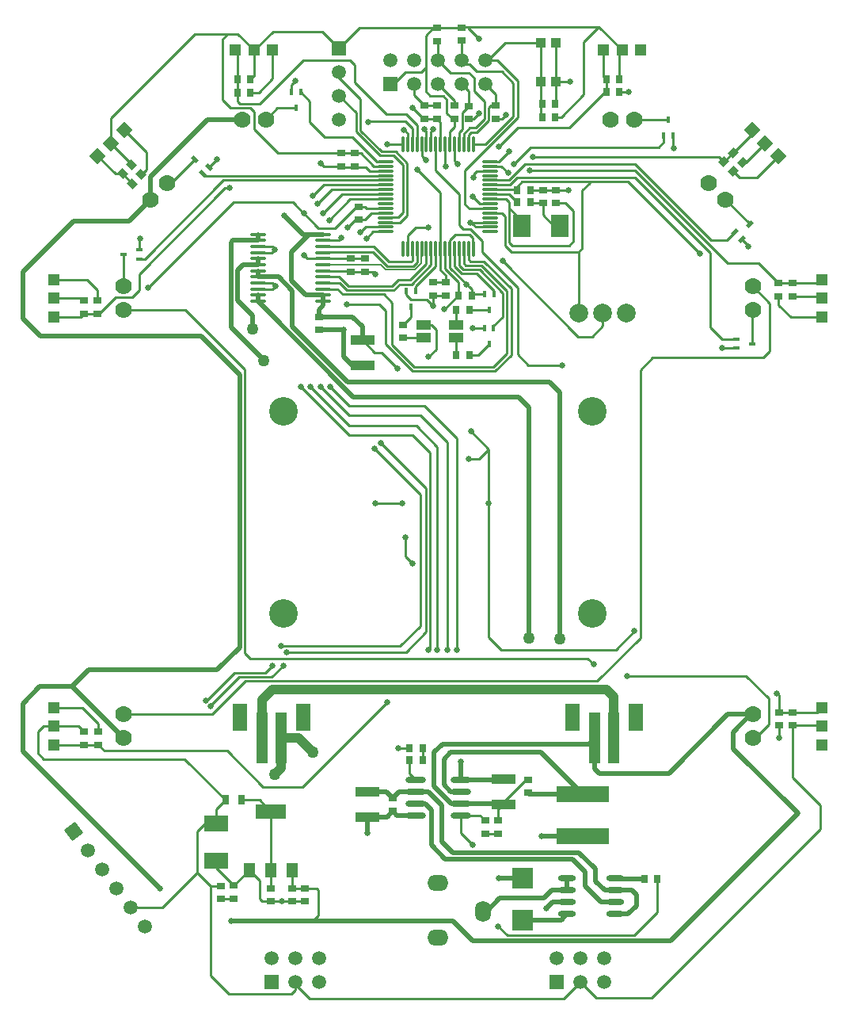
<source format=gtl>
%FSLAX25Y25*%
%MOIN*%
G70*
G01*
G75*
G04 Layer_Physical_Order=1*
G04 Layer_Color=3951847*
%ADD10R,0.10236X0.04331*%
%ADD11R,0.06299X0.11811*%
%ADD12R,0.04921X0.21654*%
%ADD13R,0.07480X0.09449*%
%ADD14R,0.03543X0.03150*%
%ADD15O,0.06693X0.01378*%
%ADD16R,0.03150X0.03543*%
G04:AMPARAMS|DCode=17|XSize=35.43mil|YSize=31.5mil|CornerRadius=0mil|HoleSize=0mil|Usage=FLASHONLY|Rotation=315.000|XOffset=0mil|YOffset=0mil|HoleType=Round|Shape=Rectangle|*
%AMROTATEDRECTD17*
4,1,4,-0.02366,0.00139,-0.00139,0.02366,0.02366,-0.00139,0.00139,-0.02366,-0.02366,0.00139,0.0*
%
%ADD17ROTATEDRECTD17*%

G04:AMPARAMS|DCode=18|XSize=35.43mil|YSize=31.5mil|CornerRadius=0mil|HoleSize=0mil|Usage=FLASHONLY|Rotation=225.000|XOffset=0mil|YOffset=0mil|HoleType=Round|Shape=Rectangle|*
%AMROTATEDRECTD18*
4,1,4,0.00139,0.02366,0.02366,0.00139,-0.00139,-0.02366,-0.02366,-0.00139,0.00139,0.02366,0.0*
%
%ADD18ROTATEDRECTD18*%

%ADD19R,0.09055X0.09055*%
%ADD20R,0.22441X0.06693*%
%ADD21O,0.06890X0.01181*%
%ADD22O,0.01181X0.06890*%
%ADD23R,0.03937X0.03937*%
%ADD24R,0.03150X0.01575*%
%ADD25R,0.01575X0.03150*%
G04:AMPARAMS|DCode=26|XSize=15.75mil|YSize=31.5mil|CornerRadius=0mil|HoleSize=0mil|Usage=FLASHONLY|Rotation=225.000|XOffset=0mil|YOffset=0mil|HoleType=Round|Shape=Rectangle|*
%AMROTATEDRECTD26*
4,1,4,-0.00557,0.01670,0.01670,-0.00557,0.00557,-0.01670,-0.01670,0.00557,-0.00557,0.01670,0.0*
%
%ADD26ROTATEDRECTD26*%

G04:AMPARAMS|DCode=27|XSize=15.75mil|YSize=31.5mil|CornerRadius=0mil|HoleSize=0mil|Usage=FLASHONLY|Rotation=135.000|XOffset=0mil|YOffset=0mil|HoleType=Round|Shape=Rectangle|*
%AMROTATEDRECTD27*
4,1,4,0.01670,0.00557,-0.00557,-0.01670,-0.01670,-0.00557,0.00557,0.01670,0.01670,0.00557,0.0*
%
%ADD27ROTATEDRECTD27*%

%ADD28R,0.09843X0.06693*%
%ADD29R,0.02756X0.03937*%
%ADD30R,0.05118X0.06299*%
%ADD31R,0.12992X0.06299*%
%ADD32R,0.05906X0.03937*%
%ADD33O,0.08661X0.02362*%
%ADD34O,0.07480X0.02362*%
%ADD35C,0.02000*%
%ADD36C,0.01000*%
%ADD37C,0.04000*%
%ADD38C,0.00700*%
%ADD39C,0.07874*%
%ADD40C,0.07000*%
%ADD41P,0.06960X4X180.0*%
%ADD42P,0.08352X4X352.0*%
%ADD43C,0.05906*%
%ADD44R,0.05906X0.05906*%
%ADD45R,0.05906X0.05906*%
%ADD46R,0.04921X0.04921*%
%ADD47R,0.04921X0.04921*%
%ADD48P,0.06960X4X270.0*%
%ADD49O,0.08858X0.06693*%
%ADD50O,0.06693X0.08858*%
%ADD51C,0.12000*%
%ADD52C,0.02500*%
%ADD53C,0.05000*%
D10*
X-31890Y72244D02*
D03*
Y61614D02*
D03*
X27559Y-122835D02*
D03*
Y-112205D02*
D03*
X-29724Y-117618D02*
D03*
Y-128248D02*
D03*
D11*
X56614Y-86142D02*
D03*
X83386D02*
D03*
X-56614D02*
D03*
X-83386D02*
D03*
D12*
X66063Y-95000D02*
D03*
X73937D02*
D03*
X-66063D02*
D03*
X-73937D02*
D03*
D13*
X35138Y120374D02*
D03*
X51280D02*
D03*
D14*
X-30905Y101083D02*
D03*
Y106595D02*
D03*
X-36811Y101083D02*
D03*
Y106595D02*
D03*
X-50197Y76575D02*
D03*
Y82086D02*
D03*
X19882Y-135236D02*
D03*
Y-129724D02*
D03*
X-85925Y-157087D02*
D03*
Y-162599D02*
D03*
X-149213Y88878D02*
D03*
Y83366D02*
D03*
X-148917Y-97933D02*
D03*
Y-92421D02*
D03*
X149114Y90847D02*
D03*
Y96358D02*
D03*
X149213Y-84153D02*
D03*
Y-89665D02*
D03*
X-14862Y78740D02*
D03*
Y73228D02*
D03*
X37992Y-112599D02*
D03*
Y-118110D02*
D03*
X25295Y-129724D02*
D03*
Y-135236D02*
D03*
X-295Y203642D02*
D03*
Y198130D02*
D03*
X10039Y198228D02*
D03*
Y203740D02*
D03*
X24311Y165453D02*
D03*
Y170965D02*
D03*
X13091Y165354D02*
D03*
Y170866D02*
D03*
X-91437Y-157185D02*
D03*
Y-162697D02*
D03*
X-19094Y-125787D02*
D03*
Y-120275D02*
D03*
X44094Y135531D02*
D03*
Y130020D02*
D03*
X49508Y135531D02*
D03*
Y130020D02*
D03*
X3150Y91043D02*
D03*
Y96555D02*
D03*
X-5709Y170965D02*
D03*
Y165453D02*
D03*
X-295Y170965D02*
D03*
Y165453D02*
D03*
X-2165Y91043D02*
D03*
Y96555D02*
D03*
X-33563Y123031D02*
D03*
Y128543D02*
D03*
X7087Y170965D02*
D03*
Y165453D02*
D03*
X-40748Y145473D02*
D03*
Y150984D02*
D03*
X-35040Y145473D02*
D03*
Y150984D02*
D03*
X-143307Y88878D02*
D03*
Y83366D02*
D03*
X-142913Y-92421D02*
D03*
Y-97933D02*
D03*
X143406Y90847D02*
D03*
Y96358D02*
D03*
X143504Y-89665D02*
D03*
Y-84153D02*
D03*
X-70276Y-163681D02*
D03*
Y-158169D02*
D03*
X-61417Y-163681D02*
D03*
Y-158169D02*
D03*
X-56004Y-163681D02*
D03*
Y-158169D02*
D03*
D15*
X-75886Y116831D02*
D03*
Y114272D02*
D03*
Y111713D02*
D03*
Y109153D02*
D03*
Y106595D02*
D03*
Y104035D02*
D03*
Y101476D02*
D03*
Y98917D02*
D03*
Y96358D02*
D03*
Y93799D02*
D03*
Y91240D02*
D03*
Y88681D02*
D03*
X-48327Y116831D02*
D03*
Y114272D02*
D03*
Y111713D02*
D03*
Y109153D02*
D03*
Y106595D02*
D03*
Y104035D02*
D03*
Y101476D02*
D03*
Y98917D02*
D03*
Y96358D02*
D03*
Y93799D02*
D03*
Y91240D02*
D03*
Y88681D02*
D03*
D16*
X-78937Y181988D02*
D03*
X-84449D02*
D03*
X70768D02*
D03*
X76280D02*
D03*
X7677Y85138D02*
D03*
X13189D02*
D03*
Y66043D02*
D03*
X7677D02*
D03*
X86909Y-154134D02*
D03*
X92421D02*
D03*
X-6398Y-99213D02*
D03*
X-11909D02*
D03*
X49311Y166043D02*
D03*
X43799D02*
D03*
X38780Y130217D02*
D03*
X33268D02*
D03*
X38780Y135433D02*
D03*
X33268D02*
D03*
X14173Y91043D02*
D03*
X8661D02*
D03*
X49311Y171850D02*
D03*
X43799D02*
D03*
X-79035Y176476D02*
D03*
X-84547D02*
D03*
X76280Y176673D02*
D03*
X70768D02*
D03*
X-6496Y-104331D02*
D03*
X-12008D02*
D03*
D17*
X-128957Y146142D02*
D03*
X-132854Y142244D02*
D03*
X-124921Y142106D02*
D03*
X-128819Y138209D02*
D03*
D18*
X124232Y151063D02*
D03*
X128130Y147166D02*
D03*
X124291Y143327D02*
D03*
X120394Y147224D02*
D03*
D19*
X35728Y-171555D02*
D03*
Y-153839D02*
D03*
D20*
X60827Y-118504D02*
D03*
Y-136221D02*
D03*
D21*
X-21949Y147441D02*
D03*
Y145473D02*
D03*
Y143504D02*
D03*
Y141535D02*
D03*
Y139567D02*
D03*
Y137598D02*
D03*
Y135630D02*
D03*
Y133661D02*
D03*
Y131693D02*
D03*
Y129724D02*
D03*
Y127756D02*
D03*
Y125787D02*
D03*
Y123819D02*
D03*
Y121850D02*
D03*
Y119882D02*
D03*
Y117913D02*
D03*
X21949D02*
D03*
Y119882D02*
D03*
Y121850D02*
D03*
Y123819D02*
D03*
Y125787D02*
D03*
Y127756D02*
D03*
Y129724D02*
D03*
Y131693D02*
D03*
Y133661D02*
D03*
Y135630D02*
D03*
Y137598D02*
D03*
Y139567D02*
D03*
Y141535D02*
D03*
Y143504D02*
D03*
Y145473D02*
D03*
Y147441D02*
D03*
D22*
X-14764Y110728D02*
D03*
X-12795D02*
D03*
X-10827D02*
D03*
X-8858D02*
D03*
X-6890D02*
D03*
X-4921D02*
D03*
X-2953D02*
D03*
X-984D02*
D03*
X984D02*
D03*
X2953D02*
D03*
X4921D02*
D03*
X6890D02*
D03*
X8858D02*
D03*
X10827D02*
D03*
X12795D02*
D03*
X14764D02*
D03*
Y154626D02*
D03*
X12795D02*
D03*
X10827D02*
D03*
X8858D02*
D03*
X6890D02*
D03*
X4921D02*
D03*
X2953D02*
D03*
X984D02*
D03*
X-984D02*
D03*
X-2953D02*
D03*
X-4921D02*
D03*
X-6890D02*
D03*
X-8858D02*
D03*
X-10827D02*
D03*
X-12795D02*
D03*
X-14764D02*
D03*
D23*
X49606Y197539D02*
D03*
Y181004D02*
D03*
X43307Y197539D02*
D03*
Y181004D02*
D03*
D24*
X-132283Y108465D02*
D03*
X-125591Y110433D02*
D03*
Y106496D02*
D03*
X132382Y70866D02*
D03*
X125689Y68898D02*
D03*
Y72835D02*
D03*
D25*
X-59646Y169882D02*
D03*
X-61614Y176575D02*
D03*
X-57677D02*
D03*
X97047Y164961D02*
D03*
X99016Y158268D02*
D03*
X95079D02*
D03*
X21457Y70669D02*
D03*
X19488Y77362D02*
D03*
X23425D02*
D03*
X21555Y85138D02*
D03*
X19587Y91831D02*
D03*
X23524D02*
D03*
X-11417Y86221D02*
D03*
X-13386Y92913D02*
D03*
X-9449D02*
D03*
D26*
X-102563Y148429D02*
D03*
X-96439Y145089D02*
D03*
X-99222Y142305D02*
D03*
D27*
X131106Y120969D02*
D03*
X127766Y114844D02*
D03*
X124982Y117628D02*
D03*
D28*
X-93307Y-146752D02*
D03*
Y-131004D02*
D03*
D29*
X-89370Y-121063D02*
D03*
X-82677D02*
D03*
D30*
X-61262Y-150662D02*
D03*
X-70317D02*
D03*
X-79372D02*
D03*
D31*
X-70317Y-125859D02*
D03*
D32*
X7677Y73287D02*
D03*
Y78799D02*
D03*
X-6113Y73243D02*
D03*
X-6102Y78799D02*
D03*
D33*
X9449Y-127500D02*
D03*
Y-122500D02*
D03*
Y-117500D02*
D03*
Y-112500D02*
D03*
X-9449Y-127500D02*
D03*
Y-122500D02*
D03*
Y-117500D02*
D03*
Y-112500D02*
D03*
D34*
X54331Y-154114D02*
D03*
Y-159114D02*
D03*
Y-164114D02*
D03*
Y-169114D02*
D03*
X74606Y-154114D02*
D03*
Y-159114D02*
D03*
Y-164114D02*
D03*
Y-169114D02*
D03*
D35*
X-174803Y100886D02*
X-153347Y122343D01*
X-174803Y81299D02*
Y100886D01*
X-153347Y122343D02*
X-130157D01*
X-50197Y82086D02*
X-44783D01*
X-39764Y65453D02*
Y76575D01*
Y65453D02*
X-35925Y61614D01*
X-31890D01*
Y72244D02*
Y78051D01*
X-35925Y82086D02*
X-31890Y78051D01*
X-44783Y82086D02*
X-35925D01*
X74606Y-169114D02*
X79901D01*
X83465Y-165551D01*
Y-160827D01*
X81752Y-159114D02*
X83465Y-160827D01*
X74606Y-159114D02*
X81752D01*
X-56791Y116831D02*
X-54429D01*
X-64665Y124705D02*
X-56791Y116831D01*
X-39764Y76575D02*
X-39764Y76575D01*
X-50197Y76575D02*
X-39764D01*
X-55709Y91240D02*
X-48327D01*
X-61811Y97342D02*
X-55709Y91240D01*
X-67204Y98917D02*
X-61417Y93130D01*
X-75886Y98917D02*
X-67204D01*
X-61417Y78031D02*
Y93130D01*
X-61811Y97342D02*
Y109449D01*
X-54429Y116831D01*
X-48327D01*
X63524Y-97539D02*
X66063Y-95000D01*
X1870Y-97539D02*
X63524D01*
X-1673Y-101083D02*
X1870Y-97539D01*
X-1673Y-115256D02*
Y-101083D01*
Y-115256D02*
X5571Y-122500D01*
X9449D01*
X-52756Y-171949D02*
X6299D01*
X-87205D02*
X-52756D01*
X-93012Y-66339D02*
X-83563Y-56890D01*
X-146988Y-66339D02*
X-93012D01*
X-154075Y-73425D02*
X-146988Y-66339D01*
X-83563Y-56890D02*
Y57874D01*
X6299Y-171949D02*
X14665Y-180315D01*
X97933D01*
X-50197Y82086D02*
Y85039D01*
X-48327Y86909D01*
Y88681D01*
Y91240D01*
X18898Y-167811D02*
X20575D01*
X25984Y-162402D01*
X44685D01*
X47972Y-159114D01*
X54331D01*
Y-154114D01*
X51890Y-171555D02*
X54331Y-169114D01*
X35728Y-171555D02*
X51890D01*
X66063Y-107992D02*
Y-95000D01*
Y-107992D02*
X67913Y-109843D01*
X74626Y-154134D02*
X86909D01*
X25492Y-153839D02*
X35728D01*
X9449Y-112500D02*
Y-104921D01*
Y-112500D02*
X27264D01*
X9449Y-122500D02*
X27225D01*
X5197Y-117500D02*
X9449D01*
X2461Y-114764D02*
X5197Y-117500D01*
X2461Y-114764D02*
Y-104035D01*
X5413Y-101083D01*
X43406D01*
X60827Y-118504D01*
X37992Y-118110D02*
X38386Y-118504D01*
X60827D01*
X-16319Y-117500D02*
X-9449D01*
X-19094Y-120275D02*
X-16319Y-117500D01*
X-21752Y-117618D02*
X-19094Y-120275D01*
X-29724Y-117618D02*
X-21752D01*
X-29724Y-128248D02*
X-21555D01*
X-19094Y-125787D01*
X-17382Y-127500D01*
X-9449D01*
X-2697Y-140118D02*
X3051Y-145866D01*
X-2697Y-140118D02*
Y-125157D01*
X-5354Y-122500D02*
X-2697Y-125157D01*
X-9449Y-122500D02*
X-5354D01*
X-9449Y-117500D02*
X-4154D01*
X1476Y-123130D01*
Y-138484D02*
Y-123130D01*
Y-138484D02*
X6158Y-143166D01*
X56496Y-145866D02*
X61910Y-151279D01*
X3051Y-145866D02*
X56496D01*
X61910Y-157382D02*
Y-151279D01*
X68642Y-164114D02*
X74606D01*
X61910Y-157382D02*
X68642Y-164114D01*
X59406Y-143166D02*
X66339Y-150098D01*
X6158Y-143166D02*
X59406D01*
X66339Y-155217D02*
Y-150098D01*
Y-155217D02*
X70236Y-159114D01*
X74606D01*
X43504Y-136221D02*
X60827D01*
X45571Y-166732D02*
X48189Y-164114D01*
X54331D01*
X-29724Y-135039D02*
Y-128248D01*
X67913Y-109843D02*
X97146D01*
X121988Y-85000D01*
X124213Y-92520D02*
X131732Y-85000D01*
X124213Y-99508D02*
Y-92520D01*
Y-99508D02*
X151476Y-126772D01*
X97933Y-180315D02*
X151476Y-126772D01*
X121988Y-85000D02*
X131732D01*
X132500D01*
X-174902Y-100492D02*
X-117077Y-158317D01*
X-174902Y-100492D02*
Y-80709D01*
X-167618Y-73425D01*
X-154075D02*
X-132500Y-95000D01*
X-167618Y-73425D02*
X-154075D01*
X-174803Y81299D02*
X-167520Y74016D01*
X-130157Y122343D02*
X-121035Y131465D01*
Y140972D01*
X-97008Y165000D01*
X-82500D01*
X-167520Y74016D02*
X-99705D01*
X-83563Y57874D01*
X-75886Y88681D02*
Y91240D01*
Y88681D02*
X-35728Y48524D01*
X-75886Y98917D02*
Y101476D01*
X-61417Y78031D02*
X-38209Y54823D01*
X-75886Y104176D02*
Y106595D01*
X-84449Y101870D02*
X-82143Y104176D01*
X-84449Y88976D02*
Y101870D01*
X-82143Y104176D02*
X-75886D01*
X-84449Y88976D02*
X-78098Y82625D01*
Y77020D02*
Y82625D01*
X-75886Y114272D02*
Y116831D01*
X-86319Y114272D02*
X-75886D01*
X-87149Y113442D02*
X-86319Y114272D01*
X-87149Y77672D02*
Y113442D01*
Y77672D02*
X-73524Y64046D01*
Y63583D02*
Y64046D01*
X38189Y-52953D02*
Y44193D01*
X33957Y48425D02*
X38189Y44193D01*
X33957Y48425D02*
Y48524D01*
X-35728D02*
X33957D01*
X-38209Y54823D02*
X47047D01*
X51378Y50492D01*
Y-53248D02*
Y50492D01*
D36*
X-23622Y66929D02*
X-17028Y60335D01*
X-26575Y66929D02*
X-23622D01*
X-31890Y72244D02*
X-26575Y66929D01*
X59153Y109449D02*
X60630Y110925D01*
X59193Y83563D02*
Y109409D01*
X69193Y78248D02*
Y83563D01*
X64764Y73819D02*
X69193Y78248D01*
X59055Y73819D02*
X64764D01*
X27165Y105709D02*
X59055Y73819D01*
X33563Y66240D02*
Y94488D01*
X18578Y109473D02*
X33563Y94488D01*
X18578Y109473D02*
Y113903D01*
X13583Y118898D02*
X18578Y113903D01*
X10630Y118898D02*
X13583D01*
X14586Y110906D02*
Y115434D01*
X13189Y116831D02*
X14586Y115434D01*
X7283Y116831D02*
X13189D01*
X-9252Y119783D02*
X-4134D01*
X-12795Y116240D02*
X-9252Y119783D01*
X-12795Y110728D02*
Y116240D01*
X10335Y204035D02*
X67697D01*
X12598Y203740D02*
X17421Y198917D01*
X27067Y165453D02*
X28740Y167126D01*
X24311Y165453D02*
X27067D01*
X26969Y185236D02*
X31693Y180512D01*
Y166479D02*
Y180512D01*
X19840Y154626D02*
X31693Y166479D01*
X25059Y190000D02*
X33661Y181398D01*
Y166043D02*
Y181398D01*
X11417Y143799D02*
X33661Y166043D01*
X-6004Y165453D02*
X-5709D01*
X-10630Y170079D02*
X-6004Y165453D01*
X-8760Y144095D02*
X984Y134351D01*
Y110728D02*
Y134351D01*
X4921Y114468D02*
X7283Y116831D01*
X8957Y120571D02*
X10630Y118898D01*
X15790Y119882D02*
X21949D01*
X14571Y121100D02*
X15790Y119882D01*
X14431Y121100D02*
X14571D01*
X13681Y121850D02*
X14431Y121100D01*
X8957Y120571D02*
Y133760D01*
X14586Y110906D02*
X14764Y110728D01*
X4921D02*
Y114468D01*
X-38091Y119783D02*
X-34843Y123031D01*
X-33563D01*
X-61024Y130217D02*
X-50295Y119488D01*
X-56398Y107972D02*
X-55020Y106595D01*
X-48327D01*
X-122047Y94390D02*
X-86221Y130217D01*
X-61024D01*
X-50295Y119488D02*
X-43406D01*
X-34350Y128543D01*
X-33563D01*
X-70317Y-150662D02*
Y-125859D01*
X-40453Y145177D02*
X-30413D01*
X-49409Y146653D02*
X-48228Y145473D01*
X-40748D01*
X-88484Y201083D02*
X-84350D01*
X-102264D02*
X-88484D01*
X-90650Y198917D02*
X-88484Y201083D01*
X-90650Y173425D02*
Y198917D01*
Y173425D02*
X-87276Y170052D01*
X-79206D01*
X-77461Y168307D01*
Y161024D02*
Y168307D01*
Y161024D02*
X-67421Y150984D01*
X-40748D01*
X-78937Y181988D02*
X-77500Y183425D01*
X-5217Y186909D02*
Y200394D01*
Y176969D02*
Y186909D01*
X-7185Y184941D02*
X-5217Y186909D01*
X-13681Y184941D02*
X-7185D01*
X-18622Y180000D02*
X-13681Y184941D01*
X-20000Y180000D02*
X-18622D01*
X-10000Y175256D02*
Y180000D01*
Y175256D02*
X-5709Y170965D01*
X-0Y180000D02*
X7087Y172913D01*
Y170965D02*
Y172913D01*
X-33169Y203642D02*
X-1969D01*
X-295D01*
X-5217Y200394D02*
X-1969Y203642D01*
X-5217Y176969D02*
X-3248Y175000D01*
X2165D01*
X3740Y173425D01*
Y167815D02*
Y173425D01*
Y167815D02*
X6102Y165453D01*
X7087D01*
X2953Y145472D02*
X3150Y145276D01*
X2953Y145472D02*
Y154626D01*
X-984Y143701D02*
X8957Y133760D01*
X-984Y143701D02*
Y154626D01*
X-3937Y65256D02*
X-689Y68504D01*
Y76772D01*
X-2716Y78799D02*
X-689Y76772D01*
X-6102Y78799D02*
X-2716D01*
X-137689Y155189D02*
Y165657D01*
Y155189D02*
Y155189D01*
Y165657D02*
X-102264Y201083D01*
X-84350D02*
X-77500Y194232D01*
X-69567Y202165D01*
X-48622D01*
X-41634Y195177D01*
X-33169Y203642D01*
X-81363Y-59188D02*
Y60103D01*
X-106260Y85000D02*
X-81363Y60103D01*
X-132500Y85000D02*
X-106260D01*
X-93110Y148417D02*
Y148425D01*
X-96439Y145089D02*
X-93110Y148417D01*
X-132122Y160757D02*
X-122638Y151273D01*
Y144193D02*
Y151273D01*
X-124725Y142106D02*
X-122638Y144193D01*
X-124921Y142106D02*
X-124725D01*
X-125591Y114862D02*
X-125492Y114961D01*
X-125591Y110433D02*
Y114862D01*
X-27264Y101083D02*
X-26280Y100098D01*
X-30905Y101083D02*
X-27264D01*
X-13681Y-18602D02*
X-10728Y-21555D01*
X-13681Y-18602D02*
Y-10630D01*
X21358Y-52559D02*
Y3839D01*
X85138Y59842D02*
X90354Y65059D01*
X85138Y-52953D02*
Y59842D01*
X67028Y-71063D02*
X85138Y-52953D01*
X-2165Y91043D02*
X3150D01*
X-4724Y89370D02*
X-2165Y86811D01*
X-11516Y89370D02*
X-4724D01*
X-13386Y91240D02*
X-11516Y89370D01*
X-13386Y91240D02*
Y92913D01*
X12894Y22244D02*
X17126D01*
X21358Y26476D01*
Y3839D02*
Y26476D01*
X13780Y34055D02*
X21358Y26476D01*
X2732Y85212D02*
Y85236D01*
X8539Y91043D01*
X8661D01*
X14665Y132579D02*
X17520Y129724D01*
X21949D01*
X13189Y127756D02*
X21949D01*
X11417Y129528D02*
X13189Y127756D01*
X11417Y129528D02*
Y143799D01*
X35361Y138878D02*
X80020D01*
X60630Y135236D02*
X63878Y138484D01*
X60630Y110925D02*
Y135236D01*
X30807Y109449D02*
X59153D01*
X38780Y135433D02*
X49410D01*
X49508Y135531D02*
X54921D01*
X80020Y138878D02*
X110236Y108661D01*
X20000Y180000D02*
X24311Y175689D01*
Y170965D02*
Y175689D01*
X14855Y165354D02*
X17127Y167626D01*
X13091Y165354D02*
X14855D01*
X19587Y165396D02*
Y172835D01*
X21287Y164692D02*
Y170007D01*
X16339Y159744D02*
X21287Y164692D01*
Y170007D02*
X22244Y170965D01*
X15354Y177067D02*
X19587Y172835D01*
X15804Y161614D02*
X19587Y165396D01*
X61417Y197756D02*
X67697Y204035D01*
X61417Y175689D02*
Y197756D01*
X51772Y166043D02*
X61417Y175689D01*
X49311Y166043D02*
X51772D01*
X10039Y203740D02*
X10335Y204035D01*
X67697D02*
X77500Y194232D01*
X-295Y203642D02*
X9941D01*
X129666Y147166D02*
X137689Y155189D01*
X128130Y147166D02*
X129666D01*
X-57086Y-115551D02*
X-21358Y-79823D01*
X-73721Y-115551D02*
X-57086D01*
X-50000Y-187500D02*
Y-185039D01*
X-26476Y3839D02*
X-14961D01*
X143504Y-84153D02*
Y-77067D01*
X142618Y-76181D02*
X143504Y-77067D01*
X38091Y61713D02*
X52264D01*
X33563Y66240D02*
X38091Y61713D01*
X-52756Y-171949D02*
X-50295Y-169488D01*
Y-158957D01*
X-51083Y-158169D02*
X-50295Y-158957D01*
X-56004Y-158169D02*
X-51083D01*
X-27362Y117913D02*
X-21949D01*
X-30167Y115108D02*
X-27362Y117913D01*
X-4948Y-50449D02*
Y9968D01*
X-24114Y29134D02*
X-4948Y9968D01*
X-13421Y-58921D02*
X-4948Y-50449D01*
X-63618Y-58921D02*
X-13421D01*
X-63618D02*
X-63618D01*
X-70052Y-69363D02*
X-65158Y-64468D01*
X-83832Y-69363D02*
X-70052D01*
X-95620Y-81152D02*
X-83832Y-69363D01*
X-30441Y119882D02*
X-21949D01*
X-32691Y117632D02*
X-30441Y119882D01*
X-7480Y-47933D02*
Y7452D01*
X-26638Y26610D02*
X-7480Y7452D01*
X-15945Y-56398D02*
X-7480Y-47933D01*
X-66142Y-56398D02*
X-15945D01*
X-66142D02*
X-66142D01*
X-72584Y-67663D02*
X-69587Y-64665D01*
X-85773Y-67663D02*
X-72584D01*
X-97441Y-79331D02*
X-85773Y-67663D01*
X-97859Y-79307D02*
X-97835Y-79331D01*
X-97441D01*
X-95620Y-81545D02*
X-95596Y-81569D01*
X-95620Y-81545D02*
Y-81152D01*
X62992Y-61516D02*
X65551Y-64075D01*
X-81201Y-71063D02*
X67028D01*
X-95138Y-85000D02*
X-81201Y-71063D01*
X-132500Y-85000D02*
X-95138D01*
X149213Y-111516D02*
Y-89665D01*
Y-111516D02*
X160827Y-123130D01*
Y-133268D02*
Y-123130D01*
X89862Y-204232D02*
X160827Y-133268D01*
X66732Y-204232D02*
X89862D01*
X60000Y-197500D02*
X66732Y-204232D01*
X52973Y-204528D02*
X60000Y-197500D01*
X-54134Y-204528D02*
X52973D01*
X-60000Y-198661D02*
X-54134Y-204528D01*
X-60000Y-198661D02*
Y-197500D01*
X-61811Y-202756D02*
X-60000Y-200945D01*
X-87992Y-202756D02*
X-61811D01*
X-95669Y-195079D02*
X-87992Y-202756D01*
X-95669Y-195079D02*
Y-157185D01*
X-21949Y121850D02*
X-15945D01*
X-12965Y124830D01*
Y146669D01*
X-17898Y151602D02*
X-12965Y146669D01*
X-23804Y151602D02*
X-17898D01*
X-32677Y160475D02*
X-23804Y151602D01*
X-32677Y160475D02*
Y173622D01*
X-41634Y182579D02*
X-32677Y173622D01*
X-41634Y182579D02*
Y185177D01*
X-16850Y123997D02*
X-14665Y126181D01*
Y145965D01*
X-21771Y123997D02*
X-16850D01*
X-18602Y149902D02*
X-14665Y145965D01*
X-21949Y123819D02*
X-21771Y123997D01*
X-24508Y149902D02*
X-18602D01*
X-41634Y175177D02*
X-34547Y168091D01*
Y159941D02*
Y168091D01*
Y159941D02*
X-24508Y149902D01*
X14764Y140551D02*
Y142028D01*
X16240Y143504D01*
X21949D01*
X26673Y145473D02*
X29431Y142715D01*
X21949Y145473D02*
X26673D01*
X29431Y142715D02*
Y142724D01*
X25683Y147441D02*
X29923Y151681D01*
X21949Y147441D02*
X25683D01*
X114567Y77756D02*
Y108957D01*
X82928Y140596D02*
X114567Y108957D01*
X33256Y140596D02*
X82928D01*
X132122Y158952D02*
Y160757D01*
X124232Y151063D02*
X132122Y158952D01*
X120394Y147224D02*
X124232Y151063D01*
X118209Y149409D02*
X120394Y147224D01*
X39862Y149409D02*
X118209D01*
X-5610Y161024D02*
X-4921Y160335D01*
Y154626D02*
Y160335D01*
X132382Y70866D02*
Y84882D01*
X160886Y90847D02*
X161732Y90000D01*
X149114Y90847D02*
X160886D01*
X160217Y96358D02*
X161732Y97874D01*
X149114Y96358D02*
X160217D01*
X143406D02*
X149114D01*
X134941Y104823D02*
X143406Y96358D01*
X121850Y104823D02*
X134941D01*
X82874Y143799D02*
X121850Y104823D01*
X38484Y143799D02*
X82874D01*
Y146260D02*
X114862Y114272D01*
X36516Y146260D02*
X82874D01*
X29823Y139567D02*
X36516Y146260D01*
X21949Y137598D02*
X30258D01*
X33256Y140596D01*
X21949Y139567D02*
X29823D01*
X95079Y155610D02*
Y158268D01*
X92913Y153445D02*
X95079Y155610D01*
X38976Y153445D02*
X92913D01*
X31791Y146260D02*
X38976Y153445D01*
X-2953Y159941D02*
X-1969Y160925D01*
X-2953Y154626D02*
Y159941D01*
X82500Y165000D02*
X97008D01*
X6890Y147736D02*
X8366Y146260D01*
X6890Y147736D02*
Y154626D01*
X10000Y180000D02*
X13091Y176909D01*
Y170866D02*
Y176909D01*
X10119Y167895D02*
X13091Y170866D01*
X10119Y161103D02*
Y167895D01*
X8858Y159843D02*
X10119Y161103D01*
X8858Y154626D02*
Y159843D01*
X13091Y184843D02*
X15354Y182579D01*
Y177067D02*
Y182579D01*
X5157Y184843D02*
X13091D01*
X13150Y188425D02*
X16339Y185236D01*
X10000Y188425D02*
X13150D01*
X16339Y185236D02*
X26969D01*
X-0Y190000D02*
X5157Y184843D01*
X13344Y161614D02*
X15804D01*
X10827Y159097D02*
X13344Y161614D01*
X10827Y154626D02*
Y159097D01*
X22244Y170965D02*
X24311D01*
X13878Y159744D02*
X16339D01*
X12795Y158661D02*
X13878Y159744D01*
X12795Y154626D02*
Y158661D01*
X13681Y121850D02*
X21949D01*
X70768Y176673D02*
Y181988D01*
X69626Y183130D02*
X70768Y181988D01*
X69626Y183130D02*
Y194232D01*
X20807Y190000D02*
X25059D01*
X28346Y197539D02*
X43307D01*
X20807Y190000D02*
X28346Y197539D01*
X20000Y190000D02*
X20807D01*
X10000D02*
X10039Y190039D01*
Y198228D01*
X-295Y198130D02*
X-0Y197835D01*
Y190000D02*
Y197835D01*
X10827Y104724D02*
X11739Y103812D01*
X18334D01*
X29006Y93140D01*
X19390Y105512D02*
X30807Y94095D01*
X13681Y105512D02*
X19390D01*
X12795Y106398D02*
X13681Y105512D01*
X17445Y101969D02*
X27306Y92108D01*
X10630Y101969D02*
X17445D01*
X16267Y100268D02*
X23524Y93012D01*
X9869Y100268D02*
X16267D01*
X8858Y103740D02*
X10630Y101969D01*
X6890Y103248D02*
X9869Y100268D01*
X12795Y106398D02*
Y110728D01*
X30807Y66100D02*
Y94095D01*
X29006Y66703D02*
Y93140D01*
X10827Y104724D02*
Y110728D01*
X27306Y82129D02*
Y92108D01*
X23524Y91831D02*
Y93012D01*
X8661Y91043D02*
Y96597D01*
X2953Y102306D02*
X8661Y96597D01*
X28248Y112008D02*
X30807Y109449D01*
X28248Y112008D02*
Y124311D01*
X26772Y125787D02*
X28248Y124311D01*
X21949Y125787D02*
X26772D01*
X33268Y136784D02*
X35361Y138878D01*
X33268Y135433D02*
Y136784D01*
X114862Y114272D02*
X121626D01*
X124982Y117628D01*
X119488Y72835D02*
X125689D01*
X114567Y77756D02*
X119488Y72835D01*
X49508Y130020D02*
X53543D01*
X56988Y126575D01*
Y113976D02*
Y126575D01*
X55216Y112205D02*
X56988Y113976D01*
X31299Y112205D02*
X55216D01*
X30020Y113484D02*
X31299Y112205D01*
X30020Y113484D02*
Y127756D01*
X44094Y124973D02*
Y130020D01*
Y124973D02*
X48694Y120374D01*
X51280D01*
X35138D02*
Y122638D01*
X30020Y127756D02*
X35138Y122638D01*
X38976Y130020D02*
X44094D01*
X30020Y127756D02*
Y130315D01*
X28642Y131693D02*
X30020Y130315D01*
X21949Y131693D02*
X28642D01*
X33268Y130217D02*
Y130315D01*
X29921Y133661D02*
X33268Y130315D01*
X21949Y133661D02*
X29921D01*
X21949Y135630D02*
X33071D01*
X14764Y154626D02*
X19840D01*
X49606Y172146D02*
Y181004D01*
Y197539D01*
X43307Y166535D02*
Y181004D01*
Y197539D01*
X10000Y188425D02*
Y190000D01*
X-295Y165453D02*
X984Y164173D01*
Y154626D02*
Y164173D01*
X4921Y154626D02*
Y160039D01*
X7087Y162205D01*
Y165453D01*
X-5709D02*
X-295D01*
X-5709Y170965D02*
X-295D01*
X-91437Y-162697D02*
X-86024D01*
X-61262Y-158014D02*
X-61107Y-158169D01*
X-56004D01*
X-61417D02*
X-61107D01*
X-61262Y-158014D02*
Y-150662D01*
X-70317Y-158128D02*
Y-150662D01*
X-123523Y106496D02*
X-90453Y139567D01*
X-21949D01*
X-125591Y106496D02*
X-123523D01*
X-30413Y145177D02*
X-28740Y143504D01*
X-21949D01*
X-26969Y145473D02*
X-21949D01*
X-32480Y150984D02*
X-26969Y145473D01*
X-35040Y150984D02*
X-32480D01*
X-40748D02*
X-35040D01*
X-99222Y142305D02*
X-98453Y141535D01*
X-25689Y147441D02*
X-21949D01*
X-35925Y157677D02*
X-25689Y147441D01*
X-47638Y157677D02*
X-35925D01*
X-28150Y125787D02*
X-21949D01*
X-30906Y123031D02*
X-28150Y125787D01*
X-33563Y123031D02*
X-30906D01*
X-33563Y128543D02*
X-30906D01*
X-30118Y127756D01*
X-21949D01*
X-98453Y141535D02*
X-21949D01*
X-112457Y138535D02*
X-102563Y148429D01*
X-113964Y138535D02*
X-112457D01*
X-143257Y149622D02*
X-135880Y142244D01*
X-132854D01*
X-128819Y138209D01*
X-137689Y155189D02*
X-128957Y146457D01*
X-77500Y183425D02*
Y194232D01*
X-85374D02*
X-84449Y193307D01*
Y181988D02*
Y193307D01*
Y176575D02*
Y181988D01*
X-72500Y165000D02*
X-67618Y169882D01*
X-59646D01*
X-57677Y176575D02*
X-53937Y172835D01*
Y163976D02*
Y172835D01*
Y163976D02*
X-47638Y157677D01*
X-132500Y95000D02*
Y108248D01*
X-149213Y83366D02*
X-143307D01*
X-150453Y82126D02*
X-149213Y83366D01*
X-161732Y82126D02*
X-150453D01*
X-150335Y90000D02*
X-149213Y88878D01*
X-161732Y90000D02*
X-150335D01*
X-41831Y114272D02*
X-40748Y115354D01*
X-48327Y114272D02*
X-41831D01*
X-38287Y87303D02*
X-24705D01*
X-22047Y84646D01*
Y70726D02*
Y84646D01*
Y70726D02*
X-10645Y59324D01*
X24031D01*
X30807Y66100D01*
X23327Y61024D02*
X29006Y66703D01*
X8858Y103740D02*
Y110728D01*
X4921Y102813D02*
Y110728D01*
Y102813D02*
X14173Y93560D01*
X6890Y103248D02*
Y110728D01*
X3150Y96555D02*
Y99705D01*
X984Y101870D02*
X3150Y99705D01*
X2953Y102306D02*
Y110728D01*
X984Y101870D02*
Y110728D01*
X-9941Y61024D02*
X23327D01*
X-19390Y70472D02*
X-9941Y61024D01*
X-19390Y70472D02*
Y88189D01*
X-22808Y91607D02*
X-19390Y88189D01*
X-40229Y91607D02*
X-22808D01*
X-42421Y93799D02*
X-40229Y91607D01*
X-48327Y93799D02*
X-42421D01*
X-36811Y101083D02*
X-30905D01*
X-37205Y101476D02*
X-36811Y101083D01*
X-48327Y101476D02*
X-37205D01*
X-48327Y98917D02*
X-41634D01*
X-37724Y95007D01*
X-19307D01*
X-16748Y97566D01*
X-11770D01*
X-4921Y104415D01*
Y110728D01*
X-48327Y96358D02*
X-41535D01*
X-38484Y93307D01*
X-18602D01*
X-16043Y95866D01*
X-11066D01*
X-2953Y103979D01*
Y110728D01*
X-9449Y92913D02*
Y95079D01*
X-984Y103543D01*
Y110728D01*
X-2165Y96555D02*
X3150D01*
X-8858Y105118D02*
Y110728D01*
X-10433Y103543D02*
X-8858Y105118D01*
X-21457Y103543D02*
X-10433D01*
X-27283Y109369D02*
X-21457Y103543D01*
X-48111Y109369D02*
X-27283D01*
X-48327Y109153D02*
X-48111Y109369D01*
X-48327Y111713D02*
X-27067D01*
X-20866Y105512D01*
X-11220D01*
X-10827Y105905D01*
Y110728D01*
X23425Y77362D02*
Y78248D01*
X27306Y82129D01*
X13189Y85138D02*
X21555D01*
X16831Y66043D02*
X21457Y70669D01*
X13189Y66043D02*
X16831D01*
X7677Y78799D02*
Y85138D01*
Y66043D02*
Y73287D01*
X-6128Y73228D02*
X-6113Y73243D01*
X-14862Y73228D02*
X-6128D01*
X-14862Y78740D02*
X-11417Y82185D01*
Y86221D01*
X-36811Y106595D02*
X-30905D01*
X-48327D02*
X-36811D01*
X-161732Y-90000D02*
X-151338D01*
X-148917Y-92421D01*
X-12008Y-109941D02*
X-9449Y-112500D01*
X-12008Y-109941D02*
Y-104331D01*
X-6496D02*
Y-99311D01*
X-16634Y-99213D02*
X-11909D01*
X27559Y-122835D02*
Y-121949D01*
X36909Y-112599D01*
X37992D01*
X9449Y-127500D02*
X17658D01*
X19882Y-129724D01*
Y-135236D02*
X25295D01*
Y-129724D02*
Y-125099D01*
X27559Y-122835D01*
X143504Y-95079D02*
Y-89665D01*
X159705Y-84153D02*
X161732Y-82126D01*
X149213Y-84153D02*
X159705D01*
X143504D02*
X149213D01*
Y-89665D02*
X161398D01*
X161732Y-90000D01*
X-93307Y-131004D02*
Y-125000D01*
X-89370Y-121063D01*
X-93307Y-149705D02*
Y-146752D01*
Y-149705D02*
X-85925Y-157087D01*
X-79500Y-150662D01*
X-79372D01*
X-75197Y-154837D01*
Y-162697D02*
Y-154837D01*
Y-162697D02*
X-74213Y-163681D01*
X-61417D02*
X-56004D01*
X-74213D02*
X-70276D01*
X-61417D01*
X-98031Y-131004D02*
X-93307D01*
X-101378Y-134350D02*
X-98031Y-131004D01*
X-101378Y-151476D02*
Y-134350D01*
Y-151476D02*
X-95669Y-157185D01*
X-91437D01*
X-82677Y-121063D02*
X-75113D01*
X-70317Y-125859D01*
X-116197Y-166296D02*
X-101378Y-151476D01*
X-129471Y-166296D02*
X-116197D01*
X-60000Y-200945D02*
Y-200000D01*
X-106595Y-103839D02*
X-89370Y-121063D01*
X-165945Y-103839D02*
X-106595D01*
X137008Y65059D02*
X139665Y67716D01*
Y87835D01*
X132500Y95000D02*
X139665Y87835D01*
X90354Y65059D02*
X137008D01*
X143406Y87205D02*
Y90847D01*
Y87205D02*
X148484Y82126D01*
X161732D01*
X119685Y68898D02*
X125689D01*
X132500Y-95000D02*
X133445D01*
X139272Y-89173D01*
Y-78445D01*
X129724Y-68898D02*
X139272Y-78445D01*
X79528Y-68898D02*
X129724D01*
X-168405Y-101378D02*
X-165945Y-103839D01*
X-168405Y-101378D02*
Y-92224D01*
X-166181Y-90000D01*
X-161732D01*
X-142913Y-92421D02*
Y-89075D01*
X-149862Y-82126D02*
X-142913Y-89075D01*
X-161732Y-82126D02*
X-149862D01*
X-161732Y97874D02*
X-147775D01*
X-143307Y93405D01*
Y88878D02*
Y93405D01*
X-75886Y111713D02*
X-69783D01*
X-68602Y110531D01*
X-69980Y109153D02*
X-68602Y110531D01*
X-75886Y109153D02*
X-69980D01*
X-75886Y96358D02*
X-69587D01*
X-68405Y95177D01*
X-69784Y93799D02*
X-68405Y95177D01*
X-75886Y93799D02*
X-69784D01*
X-2165Y86811D02*
Y91043D01*
X14173Y91043D02*
Y93560D01*
X14961Y91831D02*
X19587D01*
X14173Y91043D02*
X14961Y91831D01*
X14469Y77362D02*
X19488D01*
X-21358Y154626D02*
X-14764D01*
X-88878Y-100394D02*
X-73721Y-115551D01*
X-140453Y-100394D02*
X-88878D01*
X-142913Y-97933D02*
X-140453Y-100394D01*
X-161732Y-97874D02*
X-142972D01*
X-12795Y154626D02*
Y159252D01*
X-14272Y160728D02*
X-12795Y159252D01*
X-125689Y100197D02*
X-89665Y136221D01*
X-125689Y93307D02*
Y100197D01*
X-128740Y90256D02*
X-125689Y93307D01*
X-135827Y90256D02*
X-128740D01*
X-142717Y83366D02*
X-135827Y90256D01*
X-143307Y83366D02*
X-142717D01*
X-10827Y154626D02*
Y161516D01*
X-13681Y164370D02*
X-10827Y161516D01*
X-29134Y164370D02*
X-13681D01*
X-29331Y164173D02*
X-29134Y164370D01*
X-8858Y154626D02*
Y162697D01*
X-13484Y167323D02*
X-8858Y162697D01*
X-21752Y167323D02*
X-13484D01*
X-35138Y180709D02*
X-21752Y167323D01*
X-35138Y180709D02*
Y188091D01*
X-37106Y190059D02*
X-35138Y188091D01*
X-56890Y190059D02*
X-37106D01*
X-75197Y171752D02*
X-56890Y190059D01*
X-83563Y171752D02*
X-75197D01*
X-84547Y172736D02*
X-83563Y171752D01*
X-84547Y172736D02*
Y176476D01*
X-69626Y182244D02*
Y194232D01*
X-75394Y176476D02*
X-69626Y182244D01*
X-79035Y176476D02*
X-75394D01*
X-6890Y149705D02*
Y154626D01*
Y149705D02*
X-5217Y148031D01*
X25492Y153642D02*
X33563Y161713D01*
X55315D01*
X70275Y176673D01*
X70768D01*
X76280D02*
X80413D01*
X76280Y181988D02*
Y193012D01*
X77500Y194232D01*
X49606Y181004D02*
X55610D01*
X55709Y181102D01*
X99016Y153051D02*
Y158268D01*
Y153051D02*
X99114Y152953D01*
X124291Y143327D02*
X126969Y140650D01*
X134285D01*
X143257Y149622D01*
X131106Y120969D02*
Y121394D01*
X121036Y131465D02*
X131106Y121394D01*
X127766Y114844D02*
X130709Y111901D01*
Y111811D02*
Y111901D01*
X-89665Y136221D02*
X-87795D01*
X-61614Y176575D02*
Y179724D01*
X-59941Y181398D01*
X-53783Y52756D02*
X-37402Y36374D01*
X-50595Y129622D02*
X-44587Y135630D01*
X-265Y-57972D02*
Y27529D01*
X-44587Y135630D02*
X-21949D01*
X-9110Y36374D02*
X-265Y27529D01*
X-37402Y36374D02*
X-9110D01*
X-57750Y52756D02*
X-37402Y32407D01*
X-4232Y-57972D02*
X-3248Y-56988D01*
Y24902D01*
X-48228Y137598D02*
X-21949D01*
X-52787Y133040D02*
X-48228Y137598D01*
X-10754Y32407D02*
X-3248Y24902D01*
X-37402Y32407D02*
X-10754D01*
X-49468Y52756D02*
X-37402Y40689D01*
X-40453Y133661D02*
X-21949D01*
X-48353Y125761D02*
X-40453Y133661D01*
X4050Y-57972D02*
Y29316D01*
X-37402Y40689D02*
X-7323D01*
X4050Y29316D01*
X-37402Y44587D02*
X-5709D01*
X-45571Y52756D02*
X-37402Y44587D01*
X-45866Y122736D02*
X-36909Y131693D01*
X7947Y-57972D02*
Y30931D01*
X-36909Y131693D02*
X-21949D01*
X-5709Y44587D02*
X7947Y30931D01*
X9449Y-134941D02*
Y-127500D01*
Y-134941D02*
X14469Y-139961D01*
X25197Y-174213D02*
X29099Y-178115D01*
X82712D01*
X92421Y-168406D01*
Y-154134D01*
X74803Y-57874D02*
X82579Y-50098D01*
X21358Y-52559D02*
X26673Y-57874D01*
X74803D01*
X53615Y-61601D02*
X53700Y-61516D01*
X62992D01*
X-78950Y-61601D02*
X53615D01*
X-81363Y-59188D02*
X-78950Y-61601D01*
D37*
X-68898Y-110433D02*
X-66063Y-107598D01*
Y-95000D01*
X-58642D02*
X-52658Y-100984D01*
X-66063Y-95000D02*
X-58642D01*
X71063Y-74606D02*
X73937Y-77480D01*
X-69587Y-74606D02*
X71063D01*
X-73937Y-78957D02*
X-69587Y-74606D01*
X-73937Y-95000D02*
Y-78957D01*
X73937Y-95000D02*
Y-77480D01*
D38*
X-48327Y104035D02*
X-48261Y103970D01*
X-24075D01*
X-22099Y101993D01*
X-9791D01*
X-7218Y104567D01*
Y110400D01*
X-6890Y110728D01*
D39*
X69193Y83563D02*
D03*
X59193D02*
D03*
X79193D02*
D03*
D40*
X-72500Y165000D02*
D03*
X-82500D02*
D03*
X72500D02*
D03*
X82500D02*
D03*
X-113964Y138535D02*
D03*
X-121036Y131465D02*
D03*
X113964Y138535D02*
D03*
X121036Y131465D02*
D03*
X-132500Y95000D02*
D03*
Y85000D02*
D03*
X132500Y95000D02*
D03*
Y85000D02*
D03*
Y-95000D02*
D03*
Y-85000D02*
D03*
X-132500Y-95000D02*
D03*
Y-85000D02*
D03*
D41*
X143257Y149622D02*
D03*
X132122Y160757D02*
D03*
X137689Y155189D02*
D03*
D42*
X-153543Y-134351D02*
D03*
D43*
X-147525Y-142337D02*
D03*
X-141507Y-150323D02*
D03*
X-135489Y-158309D02*
D03*
X-129471Y-166296D02*
D03*
X-123453Y-174282D02*
D03*
X-41634Y165177D02*
D03*
Y175177D02*
D03*
Y185177D02*
D03*
X-20000Y190000D02*
D03*
X-10000Y180000D02*
D03*
Y190000D02*
D03*
X-0Y180000D02*
D03*
Y190000D02*
D03*
X10000Y180000D02*
D03*
Y190000D02*
D03*
X20000Y180000D02*
D03*
Y190000D02*
D03*
X-70000Y-187500D02*
D03*
X-60000Y-197500D02*
D03*
Y-187500D02*
D03*
X-50000Y-197500D02*
D03*
Y-187500D02*
D03*
X50000D02*
D03*
X60000Y-197500D02*
D03*
Y-187500D02*
D03*
X70000Y-197500D02*
D03*
Y-187500D02*
D03*
D44*
X-41634Y195177D02*
D03*
D45*
X-20000Y180000D02*
D03*
X-70000Y-197500D02*
D03*
X50000D02*
D03*
D46*
X-161732Y97874D02*
D03*
Y82126D02*
D03*
Y90000D02*
D03*
Y-90000D02*
D03*
Y-97874D02*
D03*
Y-82126D02*
D03*
X161732Y82126D02*
D03*
Y97874D02*
D03*
Y90000D02*
D03*
Y-90000D02*
D03*
Y-82126D02*
D03*
Y-97874D02*
D03*
D47*
X-69626Y194232D02*
D03*
X-85374D02*
D03*
X-77500D02*
D03*
X77500D02*
D03*
X69626D02*
D03*
X85374D02*
D03*
D48*
X-132122Y160757D02*
D03*
X-143257Y149622D02*
D03*
X-137689Y155189D02*
D03*
D49*
X-0Y-156000D02*
D03*
Y-178835D02*
D03*
D50*
X18898Y-167811D02*
D03*
D51*
X65000Y42500D02*
D03*
Y-42500D02*
D03*
X-65000D02*
D03*
Y42500D02*
D03*
D52*
X27165Y105709D02*
D03*
X-4134Y119783D02*
D03*
X17421Y198917D02*
D03*
X28740Y167126D02*
D03*
X-10630Y170079D02*
D03*
X-8760Y144095D02*
D03*
X-38091Y119783D02*
D03*
X-56398Y125787D02*
D03*
Y107972D02*
D03*
X-122047Y94390D02*
D03*
X-49409Y146653D02*
D03*
X3150Y145276D02*
D03*
X-17028Y60335D02*
D03*
X-3937Y65256D02*
D03*
X-93110Y148425D02*
D03*
X-125492Y114961D02*
D03*
X-64665Y124705D02*
D03*
X-39764Y76575D02*
D03*
X-26280Y100098D02*
D03*
X-10728Y-21555D02*
D03*
X-13681Y-10630D02*
D03*
X82579Y-50098D02*
D03*
X13780Y34055D02*
D03*
X2732Y85212D02*
D03*
X14665Y132579D02*
D03*
X54921Y135531D02*
D03*
X13681Y121850D02*
D03*
X110236Y108661D02*
D03*
X17127Y167626D02*
D03*
X-26476Y3839D02*
D03*
X-14961D02*
D03*
X142618Y-76181D02*
D03*
X52264Y61713D02*
D03*
X-30167Y115108D02*
D03*
X-24114Y29134D02*
D03*
X-63618Y-58921D02*
D03*
X-65158Y-64468D02*
D03*
X-32691Y117632D02*
D03*
X-26638Y26610D02*
D03*
X-66142Y-56398D02*
D03*
X-69587Y-64665D02*
D03*
X-97859Y-79307D02*
D03*
X-95596Y-81569D02*
D03*
X-87205Y-171949D02*
D03*
X14764Y140551D02*
D03*
X29431Y142724D02*
D03*
X29923Y151681D02*
D03*
X39862Y149409D02*
D03*
X-5610Y161024D02*
D03*
X38484Y143799D02*
D03*
X-1969Y160925D02*
D03*
X8366Y146260D02*
D03*
X31791D02*
D03*
X-40748Y115354D02*
D03*
X-38287Y87303D02*
D03*
X-16634Y-99213D02*
D03*
X25492Y-153839D02*
D03*
X9449Y-104921D02*
D03*
X43504Y-136221D02*
D03*
X45571Y-166732D02*
D03*
X-29724Y-135039D02*
D03*
X143504Y-95079D02*
D03*
X-65748Y-163484D02*
D03*
X119685Y68898D02*
D03*
X79528Y-68898D02*
D03*
X65551Y-64075D02*
D03*
X-117077Y-158317D02*
D03*
X-68602Y110531D02*
D03*
X-68405Y95177D02*
D03*
X-2165Y86811D02*
D03*
X12008Y95726D02*
D03*
X14469Y77362D02*
D03*
X-21358Y154626D02*
D03*
Y-79823D02*
D03*
X-14272Y160728D02*
D03*
X-87795Y136221D02*
D03*
X-29331Y164173D02*
D03*
X-5217Y148031D02*
D03*
X25492Y153642D02*
D03*
X80413Y176673D02*
D03*
X55709Y181102D02*
D03*
X99114Y152953D02*
D03*
X130709Y111811D02*
D03*
X-59941Y181398D02*
D03*
X-4232Y-57972D02*
D03*
X-265D02*
D03*
X4050D02*
D03*
X7947D02*
D03*
X-53783Y52756D02*
D03*
X-50595Y129622D02*
D03*
X-57750Y52756D02*
D03*
X-52787Y133040D02*
D03*
X-49468Y52756D02*
D03*
X-48353Y125761D02*
D03*
X-45571Y52756D02*
D03*
X-45866Y122736D02*
D03*
X14469Y-139961D02*
D03*
X25197Y-174213D02*
D03*
X21358Y3839D02*
D03*
X12894Y22244D02*
D03*
D53*
X-68898Y-110433D02*
D03*
X-52658Y-100984D02*
D03*
X-78098Y77020D02*
D03*
X-73524Y63583D02*
D03*
X38189Y-52953D02*
D03*
X51378Y-53248D02*
D03*
M02*

</source>
